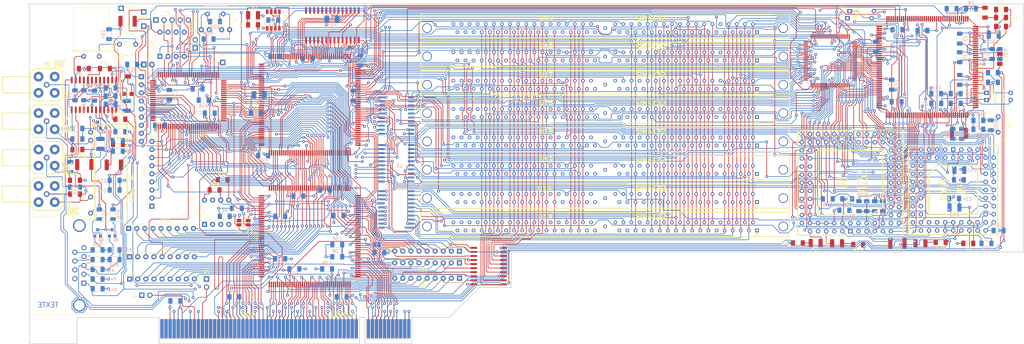
<source format=kicad_pcb>
(kicad_pcb
	(version 20240108)
	(generator "pcbnew")
	(generator_version "8.0")
	(general
		(thickness 1.600198)
		(legacy_teardrops no)
	)
	(paper "A3")
	(title_block
		(title "KiCad demo")
		(date "2015-10-14")
		(rev "1.A")
	)
	(layers
		(0 "F.Cu" signal "top_copper")
		(1 "In1.Cu" signal "GND_layer")
		(2 "In2.Cu" signal "VCC_layer")
		(31 "B.Cu" signal "bottom_copper")
		(32 "B.Adhes" user "B.Adhesive")
		(33 "F.Adhes" user "F.Adhesive")
		(34 "B.Paste" user)
		(35 "F.Paste" user)
		(36 "B.SilkS" user "B.Silkscreen")
		(37 "F.SilkS" user "F.Silkscreen")
		(38 "B.Mask" user)
		(39 "F.Mask" user)
		(40 "Dwgs.User" user "User.Drawings")
		(41 "Cmts.User" user "User.Comments")
		(42 "Eco1.User" user "User.Eco1")
		(43 "Eco2.User" user "User.Eco2")
		(44 "Edge.Cuts" user)
		(45 "Margin" user)
		(46 "B.CrtYd" user "B.Courtyard")
		(47 "F.CrtYd" user "F.Courtyard")
		(48 "B.Fab" user)
		(49 "F.Fab" user)
	)
	(setup
		(stackup
			(layer "F.SilkS"
				(type "Top Silk Screen")
				(color "White")
			)
			(layer "F.Paste"
				(type "Top Solder Paste")
			)
			(layer "F.Mask"
				(type "Top Solder Mask")
				(color "Green")
				(thickness 0.01)
			)
			(layer "F.Cu"
				(type "copper")
				(thickness 0.035)
			)
			(layer "dielectric 1"
				(type "core")
				(thickness 0.480066)
				(material "FR4")
				(epsilon_r 4.5)
				(loss_tangent 0.02)
			)
			(layer "In1.Cu"
				(type "copper")
				(thickness 0.035)
			)
			(layer "dielectric 2"
				(type "prepreg")
				(thickness 0.480066)
				(material "FR4")
				(epsilon_r 4.5)
				(loss_tangent 0.02)
			)
			(layer "In2.Cu"
				(type "copper")
				(thickness 0.035)
			)
			(layer "dielectric 3"
				(type "core")
				(thickness 0.480066)
				(material "FR4")
				(epsilon_r 4.5)
				(loss_tangent 0.02)
			)
			(layer "B.Cu"
				(type "copper")
				(thickness 0.035)
			)
			(layer "B.Mask"
				(type "Bottom Solder Mask")
				(color "Green")
				(thickness 0.01)
			)
			(layer "B.Paste"
				(type "Bottom Solder Paste")
			)
			(layer "B.SilkS"
				(type "Bottom Silk Screen")
				(color "White")
			)
			(copper_finish "HAL lead-free")
			(dielectric_constraints no)
		)
		(pad_to_mask_clearance 0)
		(allow_soldermask_bridges_in_footprints no)
		(aux_axis_origin 40.9 173.1)
		(pcbplotparams
			(layerselection 0x00010fc_ffffffff)
			(plot_on_all_layers_selection 0x0001000_00000000)
			(disableapertmacros no)
			(usegerberextensions no)
			(usegerberattributes yes)
			(usegerberadvancedattributes yes)
			(creategerberjobfile yes)
			(dashed_line_dash_ratio 12.000000)
			(dashed_line_gap_ratio 3.000000)
			(svgprecision 6)
			(plotframeref no)
			(viasonmask no)
			(mode 1)
			(useauxorigin no)
			(hpglpennumber 1)
			(hpglpenspeed 20)
			(hpglpendiameter 15.000000)
			(pdf_front_fp_property_popups yes)
			(pdf_back_fp_property_popups yes)
			(dxfpolygonmode yes)
			(dxfimperialunits yes)
			(dxfusepcbnewfont yes)
			(psnegative no)
			(psa4output no)
			(plotreference yes)
			(plotvalue yes)
			(plotfptext yes)
			(plotinvisibletext no)
			(sketchpadsonfab no)
			(subtractmaskfromsilk no)
			(outputformat 1)
			(mirror no)
			(drillshape 0)
			(scaleselection 1)
			(outputdirectory "plots")
		)
	)
	(net 0 "")
	(net 1 "unconnected-(BUS1-+12V-PadA2)")
	(net 2 "+3.3V")
	(net 3 "+5F")
	(net 4 "/ESVIDEO-RVB/OE_RVB-")
	(net 5 "/ESVIDEO-RVB/REF+")
	(net 6 "/ESVIDEO-RVB/VAA")
	(net 7 "/buspci.sch/EA1")
	(net 8 "/buspci.sch/EA10")
	(net 9 "/buspci.sch/EA11")
	(net 10 "/buspci.sch/EA12")
	(net 11 "/buspci.sch/EA13")
	(net 12 "/buspci.sch/EA14")
	(net 13 "/buspci.sch/EA15")
	(net 14 "/buspci.sch/EA2")
	(net 15 "/buspci.sch/EA3")
	(net 16 "/buspci.sch/EA4")
	(net 17 "/buspci.sch/EA5")
	(net 18 "/buspci.sch/EA6")
	(net 19 "/buspci.sch/EA7")
	(net 20 "/buspci.sch/EA9")
	(net 21 "/buspci.sch/EQ0")
	(net 22 "/buspci.sch/EQ1")
	(net 23 "/buspci.sch/EQ2")
	(net 24 "/buspci.sch/EQ3")
	(net 25 "/buspci.sch/EQ4")
	(net 26 "/buspci.sch/EQ5")
	(net 27 "/buspci.sch/EQ6")
	(net 28 "/buspci.sch/EQ7")
	(net 29 "/buspci.sch/P_AD0")
	(net 30 "/buspci.sch/P_AD1")
	(net 31 "/buspci.sch/P_AD10")
	(net 32 "/buspci.sch/P_AD11")
	(net 33 "/buspci.sch/P_AD12")
	(net 34 "/buspci.sch/P_AD13")
	(net 35 "/buspci.sch/P_AD14")
	(net 36 "/buspci.sch/P_AD15")
	(net 37 "/buspci.sch/P_AD16")
	(net 38 "/buspci.sch/P_AD17")
	(net 39 "/buspci.sch/P_AD18")
	(net 40 "/buspci.sch/P_AD19")
	(net 41 "/buspci.sch/P_AD2")
	(net 42 "/buspci.sch/P_AD20")
	(net 43 "/buspci.sch/P_AD21")
	(net 44 "/buspci.sch/P_AD22")
	(net 45 "/buspci.sch/P_AD23")
	(net 46 "/buspci.sch/P_AD24")
	(net 47 "/buspci.sch/P_AD25")
	(net 48 "/buspci.sch/P_AD26")
	(net 49 "/buspci.sch/P_AD27")
	(net 50 "/buspci.sch/P_AD28")
	(net 51 "/buspci.sch/P_AD29")
	(net 52 "/buspci.sch/P_AD3")
	(net 53 "/buspci.sch/P_AD30")
	(net 54 "/buspci.sch/P_AD31")
	(net 55 "/buspci.sch/P_AD4")
	(net 56 "/buspci.sch/P_AD5")
	(net 57 "/buspci.sch/P_AD6")
	(net 58 "/buspci.sch/P_AD7")
	(net 59 "/buspci.sch/P_AD8")
	(net 60 "/buspci.sch/P_AD9")
	(net 61 "unconnected-(BUS1-TRST#-PadA1)")
	(net 62 "unconnected-(BUS1-3.3VAUX-PadA14)")
	(net 63 "Net-(BUS1-TDI)")
	(net 64 "unconnected-(BUS1-TCK-PadB2)")
	(net 65 "/buspci.sch/P_CLK")
	(net 66 "/buspci.sch/P_DEVSEL#")
	(net 67 "/buspci.sch/P_FRAME#")
	(net 68 "/buspci.sch/P_GNT#")
	(net 69 "/buspci.sch/P_IDSEL")
	(net 70 "/buspci.sch/P_INTA#")
	(net 71 "/buspci.sch/P_IRDY#")
	(net 72 "/buspci.sch/P_LOCK#")
	(net 73 "/buspci.sch/P_PAR")
	(net 74 "/buspci.sch/P_PERR#")
	(net 75 "/buspci.sch/P_REQ#")
	(net 76 "/buspci.sch/P_RST#")
	(net 77 "/buspci.sch/P_SERR#")
	(net 78 "/buspci.sch/P_STOP#")
	(net 79 "/buspci.sch/P_TRDY#")
	(net 80 "/graphic/14MHZOUT")
	(net 81 "/graphic/CCLK")
	(net 82 "/graphic/CLK10MHz")
	(net 83 "/graphic/CSIO-")
	(net 84 "/graphic/DIN")
	(net 85 "/graphic/DONE")
	(net 86 "/graphic/HDOUT")
	(net 87 "/graphic/HDREFOUT")
	(net 88 "/graphic/IA0")
	(net 89 "/graphic/IA1")
	(net 90 "/graphic/IA2")
	(net 91 "/graphic/IA3")
	(net 92 "/graphic/IA4")
	(net 93 "/graphic/IA5")
	(net 94 "/graphic/IA6")
	(net 95 "/graphic/IA7")
	(net 96 "/graphic/IA8")
	(net 97 "/graphic/IA9")
	(net 98 "/graphic/ICAS-")
	(net 99 "/graphic/ID0")
	(net 100 "/graphic/ID1")
	(net 101 "/graphic/ID2")
	(net 102 "/graphic/ID3")
	(net 103 "/graphic/IOE-")
	(net 104 "/graphic/IRAS-")
	(net 105 "/graphic/IWR-")
	(net 106 "/graphic/LED")
	(net 107 "/graphic/PROG*")
	(net 108 "/graphic/RESERV1")
	(net 109 "/graphic/VOSC")
	(net 110 "/graphic/XTAL_I")
	(net 111 "/graphic/X_DIN")
	(net 112 "/modul/CHROM")
	(net 113 "/modul/CVBS")
	(net 114 "/modul/LUM")
	(net 115 "/pal-ntsc.sch/C-VIDEO")
	(net 116 "/pal-ntsc.sch/VAF")
	(net 117 "/pal-ntsc.sch/Y-VIDEO")
	(net 118 "/pal-ntsc.sch/Y_SYNC")
	(net 119 "GND")
	(net 120 "unconnected-(BUS1-RESERVED-PadA13)")
	(net 121 "unconnected-(BUS1--12V-PadB1)")
	(net 122 "unconnected-(BUS1-RESERVED-PadA40)")
	(net 123 "unconnected-(BUS1-RESERVED-PadB12)")
	(net 124 "unconnected-(BUS1-RESERVED-PadA12)")
	(net 125 "unconnected-(BUS1-RESERVED-PadB14)")
	(net 126 "/buspci.sch/P_C{slash}BE0#")
	(net 127 "unconnected-(BUS1-TMS-PadA3)")
	(net 128 "unconnected-(BUS1-INTC#-PadA7)")
	(net 129 "unconnected-(BUS1-RESERVED-PadA11)")
	(net 130 "Net-(BUS1-PRSNT1#)")
	(net 131 "unconnected-(BUS1-RESERVED-PadB13)")
	(net 132 "Net-(BUS1-PRSNT2#)")
	(net 133 "/buspci.sch/P_C{slash}BE3#")
	(net 134 "/buspci.sch/P_C{slash}BE2#")
	(net 135 "/buspci.sch/P_C{slash}BE1#")
	(net 136 "Net-(C1-Pad1)")
	(net 137 "Net-(U10-SYNC_DET)")
	(net 138 "Net-(C3-Pad1)")
	(net 139 "Net-(C4-Pad1)")
	(net 140 "Net-(U10-VIN_C)")
	(net 141 "Net-(C5-Pad2)")
	(net 142 "Net-(U10-CREF+)")
	(net 143 "Net-(U10-CLEVEL)")
	(net 144 "Net-(U10-VIN_Y{slash}COMP.)")
	(net 145 "Net-(C8-Pad2)")
	(net 146 "Net-(U10-N{slash}C)")
	(net 147 "Net-(U9-VREF)")
	(net 148 "Net-(U9-IREF)")
	(net 149 "Net-(U9-COMP)")
	(net 150 "Net-(U8-CEXT2)")
	(net 151 "Net-(C36-Pad2)")
	(net 152 "Net-(U8-RVID0)")
	(net 153 "Net-(C39-Pad2)")
	(net 154 "Net-(U8-GVID0)")
	(net 155 "Net-(C40-Pad2)")
	(net 156 "Net-(U8-BVID0)")
	(net 157 "Net-(C41-Pad2)")
	(net 158 "Net-(U20-VOFF)")
	(net 159 "Net-(U20-UOFF)")
	(net 160 "Net-(U20-FLT)")
	(net 161 "Net-(C46-Pad1)")
	(net 162 "Net-(U20-VREF)")
	(net 163 "Net-(C49-Pad1)")
	(net 164 "Net-(U20-VCC)")
	(net 165 "Net-(U20-B)")
	(net 166 "Net-(U20-G)")
	(net 167 "Net-(U20-R)")
	(net 168 "Net-(C61-Pad1)")
	(net 169 "Net-(U20-CS)")
	(net 170 "Net-(U10-XTAL1_OUT)")
	(net 171 "Net-(U10-XTAL1_IN)")
	(net 172 "Net-(CV1-Pad1)")
	(net 173 "Net-(D6-A)")
	(net 174 "Net-(U20-NOTCH)")
	(net 175 "Net-(L6-Pad1)")
	(net 176 "Net-(U20-Y+SIN)")
	(net 177 "Net-(P4-P1)")
	(net 178 "Net-(U23-SGCK3)")
	(net 179 "Net-(U23-P87)")
	(net 180 "Net-(U23-PGCK4)")
	(net 181 "Net-(POT1-Pad3)")
	(net 182 "Net-(Q1-E)")
	(net 183 "Net-(Q1-B)")
	(net 184 "Net-(Q2-E)")
	(net 185 "Net-(Q2-B)")
	(net 186 "Net-(Q3-E)")
	(net 187 "Net-(Q3-B)")
	(net 188 "Net-(U20-MCTR)")
	(net 189 "Net-(U11-MODE_16{slash}32)")
	(net 190 "Net-(U11-FLT#)")
	(net 191 "Net-(U11-SNV)")
	(net 192 "Net-(U20-B{slash}ADJ)")
	(net 193 "Net-(U20-Y+SOUT)")
	(net 194 "Net-(U10-OUT_C)")
	(net 195 "Net-(U10-R{slash}2)")
	(net 196 "Net-(U1-SCL)")
	(net 197 "Net-(U1-SDA)")
	(net 198 "Net-(U8-CEXT1)")
	(net 199 "Net-(U8-RSET)")
	(net 200 "unconnected-(BUS1-RESERVED-PadA41)")
	(net 201 "unconnected-(BUS1-RESERVED-PadA9)")
	(net 202 "Net-(U8-BIN)")
	(net 203 "+5V")
	(net 204 "/GREEN_IN")
	(net 205 "/RED_IN")
	(net 206 "/RED_OUT")
	(net 207 "/GREEN_OUT")
	(net 208 "/BLUE_OUT")
	(net 209 "/C_OUT")
	(net 210 "/Y_OUT")
	(net 211 "/BLUE_IN")
	(net 212 "/CSYNC-OUT")
	(net 213 "/IRQ_SRL")
	(net 214 "/SELECT-")
	(net 215 "/modul/CVBSOUT")
	(net 216 "/{slash}PCWR")
	(net 217 "/PTATN-")
	(net 218 "/X_IRQ")
	(net 219 "/PTADR-")
	(net 220 "/RDFIFO-")
	(net 221 "/WRFIFDO-")
	(net 222 "/PTRDY-")
	(net 223 "/ACCES_RAM-")
	(net 224 "/WRITE_RAM")
	(net 225 "/CSYNCIN-")
	(net 226 "/RDCAD-")
	(net 227 "/WRCAD-")
	(net 228 "/CLAMP")
	(net 229 "/CLKCAD")
	(net 230 "/BLANK-")
	(net 231 "/CLKCDA")
	(net 232 "/RDCDA-")
	(net 233 "/WRCDA-")
	(net 234 "/OE_PAL-")
	(net 235 "/VD_PAL-")
	(net 236 "/HD_PAL-")
	(net 237 "/BT812_WR-")
	(net 238 "/BT812_RD-")
	(net 239 "/SYSRST-")
	(net 240 "/F_PALIN")
	(net 241 "/PTNUM1")
	(net 242 "/PTNUM0")
	(net 243 "/IRQ-")
	(net 244 "/BPCLK")
	(net 245 "/WRFULL")
	(net 246 "/RDEMPTY")
	(net 247 "/PTWR")
	(net 248 "/PTBURST")
	(net 249 "/RAS5-")
	(net 250 "/CAS0-")
	(net 251 "/CAS1-")
	(net 252 "/CAS2-")
	(net 253 "/CAS3-")
	(net 254 "/WRAM-")
	(net 255 "/RAS7-")
	(net 256 "/RAS6-")
	(net 257 "/RAS3-")
	(net 258 "/RAS4-")
	(net 259 "/RAS2-")
	(net 260 "/RAS1-")
	(net 261 "/RAS0-")
	(net 262 "/X_PROG-")
	(net 263 "/X_DATA")
	(net 264 "/X_CLK")
	(net 265 "/ACQ_ON")
	(net 266 "/X_DONE")
	(net 267 "/{slash}PCRD")
	(net 268 "/DQ29")
	(net 269 "/DQ30")
	(net 270 "/DQ31")
	(net 271 "/DQ26")
	(net 272 "/DQ27")
	(net 273 "/DQ28")
	(net 274 "/DQ25")
	(net 275 "/DQ24")
	(net 276 "/DQ17")
	(net 277 "/DQ16")
	(net 278 "/DQ23")
	(net 279 "/DQ22")
	(net 280 "/DQ21")
	(net 281 "/DQ19")
	(net 282 "/DQ18")
	(net 283 "/DQ20")
	(net 284 "/DQ7")
	(net 285 "/DQ6")
	(net 286 "/DQ5")
	(net 287 "/DQ4")
	(net 288 "/DQ3")
	(net 289 "/DQ2")
	(net 290 "/DQ1")
	(net 291 "/DQ0")
	(net 292 "/DQ8")
	(net 293 "/DQ9")
	(net 294 "/DQ10")
	(net 295 "/DQ11")
	(net 296 "/DQ12")
	(net 297 "/DQ13")
	(net 298 "/DQ14")
	(net 299 "/DQ15")
	(net 300 "/TVRAM0")
	(net 301 "/TVRAM1")
	(net 302 "/TVRAM2")
	(net 303 "/TVRAM3")
	(net 304 "/TVRAM4")
	(net 305 "/TVRAM5")
	(net 306 "/TVRAM6")
	(net 307 "/TVRAM7")
	(net 308 "/TVRAM8")
	(net 309 "/TVRAM9")
	(net 310 "/TVRAM10")
	(net 311 "/TVRAM11")
	(net 312 "/TVRAM12")
	(net 313 "/TVRAM13")
	(net 314 "/TVRAM14")
	(net 315 "/TVRAM15")
	(net 316 "/TVRAM16")
	(net 317 "/TVRAM17")
	(net 318 "/TVRAM18")
	(net 319 "/TVRAM19")
	(net 320 "/TVRAM20")
	(net 321 "/TVRAM21")
	(net 322 "/TVRAM22")
	(net 323 "/TVRAM23")
	(net 324 "/TVRAM24")
	(net 325 "/TVRAM25")
	(net 326 "/TVRAM26")
	(net 327 "/TVRAM27")
	(net 328 "/TVRAM28")
	(net 329 "/TVRAM29")
	(net 330 "/TVRAM30")
	(net 331 "/TVRAM31")
	(net 332 "/PCA0")
	(net 333 "/PCA1")
	(net 334 "/PCA2")
	(net 335 "/TVB7")
	(net 336 "/TVB6")
	(net 337 "/TVB5")
	(net 338 "/TVB4")
	(net 339 "/TVB3")
	(net 340 "/TVB2")
	(net 341 "/TVB1")
	(net 342 "/TVB0")
	(net 343 "/TVG7")
	(net 344 "/TVG6")
	(net 345 "/TVG5")
	(net 346 "/TVG4")
	(net 347 "/TVG3")
	(net 348 "/TVG2")
	(net 349 "/TVG1")
	(net 350 "/TVG0")
	(net 351 "/TVR7")
	(net 352 "/TVR6")
	(net 353 "/TVR5")
	(net 354 "/TVR4")
	(net 355 "/TVR3")
	(net 356 "/TVR2")
	(net 357 "/TVR1")
	(net 358 "/TVR0")
	(net 359 "/TVI0")
	(net 360 "/TVI1")
	(net 361 "/ADR6")
	(net 362 "/ADR2")
	(net 363 "/ADR3")
	(net 364 "/ADR4")
	(net 365 "/ADR5")
	(net 366 "/BE-1")
	(net 367 "/BE-2")
	(net 368 "/BE-3")
	(net 369 "/PTBE-3")
	(net 370 "/PTBE-2")
	(net 371 "/PTBE-1")
	(net 372 "/PTBE-0")
	(net 373 "/BE-0")
	(net 374 "/MXA0")
	(net 375 "/MXA1")
	(net 376 "/MXA2")
	(net 377 "/MXA3")
	(net 378 "/MXA4")
	(net 379 "/MXA5")
	(net 380 "/MXA6")
	(net 381 "/MXA10")
	(net 382 "/MXA7")
	(net 383 "/MXA8")
	(net 384 "/MXA9")
	(net 385 "Net-(U8-GIN)")
	(net 386 "Net-(U8-RIN)")
	(net 387 "unconnected-(BUS1-INTD#-PadB8)")
	(net 388 "unconnected-(BUS1-ACK64#-PadB60)")
	(net 389 "unconnected-(BUS1-REQ64#-PadA60)")
	(net 390 "unconnected-(BUS1-RESERVED-PadB10)")
	(net 391 "unconnected-(BUS1-INTB#-PadB7)")
	(net 392 "unconnected-(BUS1-PME#-PadA19)")
	(net 393 "unconnected-(U7-CLK{slash}2-Pad8)")
	(net 394 "unconnected-(U8-RVID1-Pad81)")
	(net 395 "unconnected-(U8-BVID1-Pad74)")
	(net 396 "unconnected-(U8-GVID1-Pad77)")
	(net 397 "unconnected-(U8-SYNC1-Pad5)")
	(net 398 "unconnected-(U8-SYNC0-Pad4)")
	(net 399 "unconnected-(U9-CR0-Pad27)")
	(net 400 "unconnected-(U9-S1-Pad6)")
	(net 401 "unconnected-(U9-CR3-Pad30)")
	(net 402 "unconnected-(U9-S0-Pad5)")
	(net 403 "unconnected-(U10-FIELD_1-Pad25)")
	(net 404 "unconnected-(U10-VID1_C-Pad127)")
	(net 405 "unconnected-(U10-VID1_Y-Pad154)")
	(net 406 "unconnected-(U10-VACTIVE-Pad33)")
	(net 407 "unconnected-(U10-CBFLAG-Pad28)")
	(net 408 "unconnected-(U10-VID2_C-Pad129)")
	(net 409 "unconnected-(U10-VID3_C-Pad131)")
	(net 410 "unconnected-(U10-CAPTURE-Pad38)")
	(net 411 "unconnected-(U10-SERROR-Pad37)")
	(net 412 "unconnected-(U10-VID3_Y-Pad150)")
	(net 413 "unconnected-(U10-FIELD_2-Pad27)")
	(net 414 "unconnected-(U10-ACTIVE-Pad32)")
	(net 415 "unconnected-(U10-XTAL2_IN-Pad106)")
	(net 416 "unconnected-(U10-HACTIVE-Pad35)")
	(net 417 "unconnected-(U10-CLKX2-Pad105)")
	(net 418 "unconnected-(U10-XTAL2_OUT-Pad107)")
	(net 419 "unconnected-(U10-FIELD_0-Pad26)")
	(net 420 "unconnected-(U10-VALID-Pad29)")
	(net 421 "unconnected-(U10-VID2_Y-Pad152)")
	(net 422 "unconnected-(U10-TDO-Pad101)")
	(net 423 "unconnected-(U11-NC-Pad136)")
	(net 424 "unconnected-(U11-NC-Pad134)")
	(net 425 "unconnected-(U12-NC-Pad38)")
	(net 426 "unconnected-(U12-NC-Pad33)")
	(net 427 "unconnected-(U12-NC-Pad37)")
	(net 428 "unconnected-(U12-NC-Pad66)")
	(net 429 "unconnected-(U12-NC-Pad11)")
	(net 430 "unconnected-(U12-PRD1-Pad68)")
	(net 431 "unconnected-(U12-PRD2-Pad69)")
	(net 432 "unconnected-(U12-NC-Pad45)")
	(net 433 "unconnected-(U12-NC-Pad71)")
	(net 434 "Net-(U20-OSC)")
	(net 435 "unconnected-(U12-NC-Pad36)")
	(net 436 "unconnected-(U12-NC-Pad29)")
	(net 437 "unconnected-(U12-PRD3-Pad70)")
	(net 438 "unconnected-(U12-NC-Pad48)")
	(net 439 "unconnected-(U12-PRD0-Pad67)")
	(net 440 "unconnected-(U12-NC-Pad46)")
	(net 441 "unconnected-(U12-NC-Pad35)")
	(net 442 "unconnected-(U13-PRD3-Pad70)")
	(net 443 "unconnected-(U13-NC-Pad37)")
	(net 444 "unconnected-(U13-PRD1-Pad68)")
	(net 445 "unconnected-(U13-NC-Pad11)")
	(net 446 "unconnected-(U13-NC-Pad35)")
	(net 447 "unconnected-(U13-NC-Pad33)")
	(net 448 "unconnected-(U13-NC-Pad71)")
	(net 449 "unconnected-(U13-NC-Pad36)")
	(net 450 "unconnected-(U13-NC-Pad29)")
	(net 451 "unconnected-(U13-NC-Pad46)")
	(net 452 "unconnected-(U13-NC-Pad45)")
	(net 453 "unconnected-(U13-NC-Pad48)")
	(net 454 "unconnected-(U13-NC-Pad38)")
	(net 455 "unconnected-(U13-PRD2-Pad69)")
	(net 456 "unconnected-(U13-PRD0-Pad67)")
	(net 457 "unconnected-(U13-NC-Pad66)")
	(net 458 "unconnected-(U14-NC-Pad66)")
	(net 459 "unconnected-(U14-PRD3-Pad70)")
	(net 460 "unconnected-(U14-PRD0-Pad67)")
	(net 461 "unconnected-(U14-NC-Pad29)")
	(net 462 "unconnected-(U14-NC-Pad36)")
	(net 463 "unconnected-(U14-NC-Pad33)")
	(net 464 "unconnected-(U14-NC-Pad38)")
	(net 465 "unconnected-(U14-PRD2-Pad69)")
	(net 466 "unconnected-(U14-NC-Pad46)")
	(net 467 "unconnected-(U14-NC-Pad35)")
	(net 468 "unconnected-(U14-NC-Pad11)")
	(net 469 "unconnected-(U14-NC-Pad71)")
	(net 470 "unconnected-(U14-NC-Pad37)")
	(net 471 "unconnected-(U14-NC-Pad48)")
	(net 472 "unconnected-(U14-PRD1-Pad68)")
	(net 473 "unconnected-(U14-NC-Pad45)")
	(net 474 "unconnected-(U15-NC-Pad38)")
	(net 475 "unconnected-(U15-PRD1-Pad68)")
	(net 476 "unconnected-(U15-NC-Pad45)")
	(net 477 "unconnected-(U15-NC-Pad36)")
	(net 478 "unconnected-(U15-NC-Pad35)")
	(net 479 "unconnected-(U15-PRD3-Pad70)")
	(net 480 "unconnected-(U15-NC-Pad66)")
	(net 481 "unconnected-(U15-NC-Pad33)")
	(net 482 "unconnected-(U15-PRD0-Pad67)")
	(net 483 "unconnected-(U15-PRD2-Pad69)")
	(net 484 "unconnected-(U15-NC-Pad29)")
	(net 485 "unconnected-(U15-NC-Pad11)")
	(net 486 "unconnected-(U15-NC-Pad48)")
	(net 487 "unconnected-(U15-NC-Pad71)")
	(net 488 "unconnected-(U15-NC-Pad46)")
	(net 489 "unconnected-(U15-NC-Pad37)")
	(net 490 "unconnected-(U16-NC-Pad37)")
	(net 491 "unconnected-(U16-NC-Pad48)")
	(net 492 "unconnected-(U16-PRD0-Pad67)")
	(net 493 "unconnected-(U16-NC-Pad35)")
	(net 494 "unconnected-(U16-NC-Pad45)")
	(net 495 "unconnected-(U16-NC-Pad66)")
	(net 496 "unconnected-(U16-NC-Pad46)")
	(net 497 "unconnected-(U16-PRD2-Pad69)")
	(net 498 "unconnected-(U16-NC-Pad71)")
	(net 499 "unconnected-(U16-PRD1-Pad68)")
	(net 500 "unconnected-(U16-NC-Pad36)")
	(net 501 "unconnected-(U16-NC-Pad38)")
	(net 502 "unconnected-(U16-NC-Pad11)")
	(net 503 "unconnected-(U16-NC-Pad29)")
	(net 504 "unconnected-(U16-NC-Pad33)")
	(net 505 "unconnected-(U16-PRD3-Pad70)")
	(net 506 "unconnected-(U17-NC-Pad66)")
	(net 507 "unconnected-(U17-NC-Pad71)")
	(net 508 "unconnected-(U17-NC-Pad48)")
	(net 509 "unconnected-(U17-NC-Pad36)")
	(net 510 "unconnected-(U17-NC-Pad33)")
	(net 511 "unconnected-(U17-NC-Pad35)")
	(net 512 "unconnected-(U17-NC-Pad11)")
	(net 513 "unconnected-(U17-PRD1-Pad68)")
	(net 514 "unconnected-(U17-NC-Pad45)")
	(net 515 "unconnected-(U17-NC-Pad29)")
	(net 516 "unconnected-(U17-PRD0-Pad67)")
	(net 517 "unconnected-(U17-PRD2-Pad69)")
	(net 518 "unconnected-(U17-NC-Pad38)")
	(net 519 "unconnected-(U17-NC-Pad37)")
	(net 520 "unconnected-(U17-NC-Pad46)")
	(net 521 "unconnected-(U17-PRD3-Pad70)")
	(net 522 "unconnected-(U18-NC-Pad33)")
	(net 523 "unconnected-(U18-PRD3-Pad70)")
	(net 524 "unconnected-(U18-NC-Pad36)")
	(net 525 "unconnected-(U18-NC-Pad46)")
	(net 526 "unconnected-(U18-PRD1-Pad68)")
	(net 527 "unconnected-(U18-NC-Pad66)")
	(net 528 "unconnected-(U18-NC-Pad71)")
	(net 529 "unconnected-(U18-NC-Pad37)")
	(net 530 "unconnected-(U18-PRD2-Pad69)")
	(net 531 "unconnected-(U18-NC-Pad29)")
	(net 532 "unconnected-(U18-NC-Pad11)")
	(net 533 "unconnected-(U18-NC-Pad48)")
	(net 534 "unconnected-(U18-NC-Pad45)")
	(net 535 "unconnected-(U18-NC-Pad38)")
	(net 536 "unconnected-(U18-NC-Pad35)")
	(net 537 "unconnected-(U18-PRD0-Pad67)")
	(net 538 "unconnected-(U19-NC-Pad33)")
	(net 539 "unconnected-(U19-NC-Pad66)")
	(net 540 "unconnected-(U19-PRD2-Pad69)")
	(net 541 "unconnected-(U19-NC-Pad37)")
	(net 542 "unconnected-(U19-NC-Pad29)")
	(net 543 "unconnected-(U19-NC-Pad48)")
	(net 544 "unconnected-(U19-PRD0-Pad67)")
	(net 545 "unconnected-(U19-NC-Pad71)")
	(net 546 "unconnected-(U19-NC-Pad38)")
	(net 547 "unconnected-(U19-NC-Pad35)")
	(net 548 "unconnected-(U19-NC-Pad36)")
	(net 549 "unconnected-(U19-NC-Pad11)")
	(net 550 "unconnected-(U19-PRD3-Pad70)")
	(net 551 "unconnected-(U19-NC-Pad45)")
	(net 552 "unconnected-(U19-PRD1-Pad68)")
	(net 553 "unconnected-(U19-NC-Pad46)")
	(net 554 "unconnected-(U20-H{slash}2-Pad4)")
	(net 555 "unconnected-(U20-Y-Pad5)")
	(net 556 "unconnected-(U20--B.Y-Pad3)")
	(net 557 "unconnected-(U20--R.Y-Pad1)")
	(net 558 "unconnected-(U21-CEO-Pad6)")
	(net 559 "unconnected-(U22-P65-Pad65)")
	(net 560 "unconnected-(U22-P15-Pad15)")
	(net 561 "unconnected-(U22-P{slash}LDC-Pad30)")
	(net 562 "unconnected-(U22-P{slash}TDI-Pad4)")
	(net 563 "unconnected-(U22-PGCK2-Pad27)")
	(net 564 "unconnected-(U22-P{slash}A3-Pad6)")
	(net 565 "unconnected-(U22-TDO-Pad76)")
	(net 566 "unconnected-(U22-P14-Pad14)")
	(net 567 "unconnected-(U22-P66-Pad66)")
	(net 568 "unconnected-(U22-P{slash}A17-Pad3)")
	(net 569 "unconnected-(U22-P{slash}TCK-Pad5)")
	(net 570 "unconnected-(U22-P{slash}A4-Pad10)")
	(net 571 "unconnected-(U22-DOUT{slash}SGCK4-Pad73)")
	(net 572 "unconnected-(U22-P16-Pad16)")
	(net 573 "unconnected-(U23-P98-Pad98)")
	(net 574 "unconnected-(U23-P100-Pad100)")
	(net 575 "unconnected-(U23-P50-Pad50)")
	(net 576 "unconnected-(U23-P49-Pad49)")
	(net 577 "unconnected-(U23-TDO-Pad79)")
	(net 578 "unconnected-(U23-P33{slash}LDC-Pad33)")
	(net 579 "unconnected-(U23-P68-Pad68)")
	(net 580 "unconnected-(U23-SGCK1-Pad2)")
	(net 581 "unconnected-(U23-P99-Pad99)")
	(net 582 "unconnected-(U23-P62-Pad62)")
	(net 583 "unconnected-(U23-P58-Pad58)")
	(net 584 "unconnected-(U23-DOUT{slash}SGCK4-Pad76)")
	(net 585 "unconnected-(U23-P31{slash}HDC-Pad31)")
	(net 586 "unconnected-(U23-P60-Pad60)")
	(net 587 "unconnected-(U24-PGCK3-Pad84)")
	(net 588 "unconnected-(U24-TDO-Pad121)")
	(footprint "footprints:BUSPCI" (layer "F.Cu") (at 158.115 158.75))
	(footprint "Resistor_SMD:R_1206_3216Metric_Pad1.30x1.75mm_HandSolder" (layer "F.Cu") (at 358.521 58.293))
	(footprint "Resistor_SMD:R_1206_3216Metric_Pad1.30x1.75mm_HandSolder" (layer "F.Cu") (at 358.14 73.787 -90))
	(footprint "Resistor_SMD:R_1210_3225Metric_Pad1.30x2.65mm_HandSolder" (layer "F.Cu") (at 333.248 131.699))
	(footprint "Resistor_SMD:R_1210_3225Metric_Pad1.30x2.65mm_HandSolder" (layer "F.Cu") (at 307.086 131.699))
	(footprint "Resistor_SMD:R_1210_3225Metric_Pad1.30x2.65mm_HandSolder" (layer "F.Cu") (at 300.355 131.572 180))
	(footprint "Resistor_SMD:R_1206_3216Metric_Pad1.30x1.75mm_HandSolder" (layer "F.Cu") (at 358.521 60.833))
	(footprint "Capacitor_THT:C_Disc_D3.0mm_W2.0mm_P2.50mm" (layer "F.Cu") (at 116.459 64.643 180))
	(footprint "Capacitor_THT:C_Disc_D3.0mm_W2.0mm_P2.50mm" (layer "F.Cu") (at 107.569 64.643))
	(footprint "Resistor_SMD:R_1206_3216Metric_Pad1.30x1.75mm_HandSolder" (layer "F.Cu") (at 82.169 92.71))
	(footprint "Resistor_SMD:R_1206_3216Metric_Pad1.30x1.75mm_HandSolder" (layer "F.Cu") (at 81.432003 100.609389))
	(footprint "Resistor_SMD:R_1206_3216Metric_Pad1.30x1.75mm_HandSolder" (layer "F.Cu") (at 68.707 102.235 180))
	(footprint "Resistor_SMD:R_1210_3225Metric_Pad1.30x2.65mm_HandSolder" (layer "F.Cu") (at 123.825 60.092628))
	(footprint "footprints:CV3-30PF" (layer "F.Cu") (at 84.455 69.215 180))
	(footprint "footprints:D_DO-34_SOD68_P7.62mm_Horizontal" (layer "F.Cu") (at 310.300142 61.039361))
	(footprint "footprints:D_DO-34_SOD68_P7.62mm_Horizontal" (layer "F.Cu") (at 311.023 58.801))
	(footprint "footprints:D_DO-34_SOD68_P7.62mm_Horizontal" (layer "F.Cu") (at 353.949 84.455))
	(footprint "footprints:D_DO-34_SOD68_P7.62mm_Horizontal" (layer "F.Cu") (at 353.949 86.719165))
	(footprint "footprints:LED_D3.0mm" (layer "F.Cu") (at 89.535 75.565))
	(footprint "Resistor_SMD:R_1812_4532Metric_Pad1.30x3.40mm_HandSolder" (layer "F.Cu") (at 80.137 107.061))
	(footprint "Resistor_SMD:R_1812_4532Metric_Pad1.30x3.40mm_HandSolder" (layer "F.Cu") (at 84.455 61.976 180))
	(footprint "Resistor_SMD:R_1812_4532Metric_Pad1.30x3.40mm_HandSolder" (layer "F.Cu") (at 70.866 106.934))
	(footprint "Resistor_SMD:R_1812_4532Metric_Pad1.30x3.40mm_HandSolder" (layer "F.Cu") (at 345.313 97.155))
	(footprint "Resistor_SMD:R_1812_4532Metric_Pad1.30x3.40mm_HandSolder" (layer "F.Cu") (at 326.009 131.572 180))
	(footprint "footprints:LRTDK" (layer "F.Cu") (at 72.873768 109.506012 -90))
	(footprint "footprints:subclick" (layer "F.Cu") (at 59.055 104.775 180))
	(footprint "footprints:subclick" (layer "F.Cu") (at 59.055 116.205 180))
	(footprint "footprints:subclick" (layer "F.Cu") (at 59.055 93.345 180))
	(footprint "Connector_PinHeader_2.54mm:PinHeader_1x02_P2.54mm_Vertical" (layer "F.Cu") (at 105.664 70.358 180))
	(footprint "Connector_PinHeader_2.54mm:PinHeader_1x05_P2.54mm_Vertical" (layer "F.Cu") (at 93.345 61.595 90))
	(footprint "footprints:subclick" (layer "F.Cu") (at 59.055 81.915 180))
	(footprint "Connector_PinHeader_2.54mm:PinHeader_1x01_P2.54mm_Vertical" (layer "F.Cu") (at 114.3 74.93))
	(footprint "Connector_PinHeader_2.54mm:PinHeader_1x01_P2.54mm_Vertical"
		(layer "F.Cu")
		(uuid "00000000-0000-0000-0000-00005402cedc")
		(at 89.535 59.055)
		(descr "Through hole straight pin header, 1x01, 2.54mm pitch, single row")
		(tags "Through hole pin header THT 1x01 2.54mm single row")
		(property "Reference" "P10"
			(at 3.175 -0.889 0)
			(layer "F.SilkS")
			(uuid "81604ac7-0942-4e21-9705-94d63904a649")
			(effects
				(font
					(size 0.8 0.8)
					(thickness 0.15)
				)
			)
		)
		(property "Value" "CONN_1"
			(at 0 2.33 0)
			(layer "F.Fab")
			(uuid "39d25a2e-844e-4142-8af6-a51044bef43b")
			(effects
				(font
					(size 0.6 0.6)
					(thickness 0.15)
				)
			)
		)
		(property "Footprint" "Connector_PinHeader_2.54mm:PinHeader_1x01_P2.54mm_Vertical"
			(at 0 0 0)
			(unlocked yes)
			(layer "F.Fab")
			(hide yes)
			(uuid "07395787-51bc-4726-a2f2-e23b42760a02")
			(effects
				(font
					(size 1.27 1.27)
				)
			)
		)
		(property "Datasheet" ""
			(at 0 0 0)
			(unlocked yes)
			(layer "F.Fab")
			(hide yes)
			(uuid "3262f3f8-1cc8-4f13-8eb3-6bcaba82d735")
			(effects
				(font
					(size 1.27 1.27)
				)
			)
		)
		(property "Description" ""
			(at 0 0 0)
			(unlocked yes)
			(layer "F.Fab")
			(hide yes)
			(uuid "cb699d7b-7748-406e-b56c-f93397359f51")
			(effects
				(font
					(size 1.27 1.27)
				)
			)
		)
		(path "/00000000-0000-0000-0000-00004bf03683/00000000-0000-0000-0000-00004bf036d9")
		(sheetname "graphic")
		(sheetfile "graphic.kicad_sch")
		(attr through_hole)
		(fp_line
			(start -1.33 -1.33)
			(end 0 -1.33)
			(stroke
				(width 0.12)
				(type solid)
			)
			(layer "F.SilkS")
			(uuid "38d85b0a-15d7-400c-a27a-30f8e7b7ab8e")
		)
		(fp_line
			(start -1.33 0)
			(end -1.33 -1.33)
			(stroke
				(width 0.12)
				(type solid)
			)
			(layer "F.SilkS")
			(uuid "b2a6b148-9c6c-4a0c-b4ae-d2377652c15e")
		)
		(fp_line
			(start -1.33 1.27)
			(end -1.33 1.33)
			(stroke
				(width 0.12)
				(type solid)
			)
			(layer "F.SilkS")
			(uuid "a11793c0-c617-4837-a913-d13887f86341")
		)
		(fp_line
			(start -1.33 1.27)
			(end 1.33 1.27)
			(stroke
				(width 0.12)
				(type solid)
			)
			(layer "F.SilkS")
			(uuid "605c6705-04ba-4398-886a-156e555af6fa")
		)
		(fp_line
			(start -1.33 1.33)
			(end 1.33 1.33)
			(stroke
				(width 0.12)
				(type solid)
			)
			(layer "F.SilkS")
			(uuid "e5cd67e5-fa94-4f7a-91c9-1e4cf30fea4d")
		)
		(fp_line
			(start 1.33 1.27)
			(end 1.33 1.33)
			(stroke
				(width 0.12)
				(type solid)
			)
			(layer "F.SilkS")
			(uuid "0f2a2b81-5b31-41e4-871a-19cd55031a0e")
		)
		(fp_line
			(start -1.8 -1.8)
			(end -1.8 1.8)
			(stroke
				(width 0.05)
				(type solid)
			)
			(layer "F.CrtYd")
			(uuid "96396169-76ca-46e3-bc5f-daf1e8505df7")
		)
		(fp_line
			(start -1.8 1.8)
			(end 1.8 1.8)
			(stroke
				(width 0.05)
				(type solid)
			)
			(layer "F.CrtYd")
			(uuid "2ccab807-9ab8-4b58-882f-a2603e445967")
		)
		(fp_line
			(start 1.8 -1.8)
			(end -1.8 -1.8)
			(stroke
				(width 0.05)
				(type solid)
			)
			(layer "F.CrtYd")
			(uuid "ab80fcf0-6a7a-48ab-bf73-ac4af7cd4464")
		)
		(fp_line
			(start 1.8 1.8)
			(end 1.8 -1.8)
			(stroke
				(width 0.05)
				(type solid)
			)
			(layer "F.CrtYd")
			(uuid "bab59d2b-1123-472c-8b7f-98c1b6a54bcf")
		)
		(fp_line
			(start -1.27 -0.635)
			(end -0.635 -1.27)
			(stroke
				(width 0.1)
				(type solid)
			)
			(layer "F.Fab")
			(uuid "32802101-2b28-4f6f-b9dc-276bba746895")
		)
		(fp_line
			(start -1.27 1.27)
			(end -1.27 -0.635)
			(stroke
				(width 0.1)
				(type solid)
			)
			(layer "F.Fab")
			(uuid "e949b29f-2f38-4224-aa57-5e7cd03dc677")
		)
		(fp_line
			(start -0.635 -1.27)
			(end 1.27 -1.27)
			(stroke
				(width 0.1)
				(type solid)
			)
			(layer "F.Fab")
			(uuid "c86a91f3-6707-497f-aaf6-1f07f01e45ac")
		)
		(fp_line
			(start 1.27 -1.27)
			(end 1.27 1.27)
			(stroke
				(width 0.1)
				(type solid)
			)
			(layer "F.Fab")
			(uuid "4ada91ba-548a-4a70-a4ce-d215f2040040")
		)
		(fp_line
			(start 1.27 1.27)
			(end -1.27 1.27)
			(stroke
				(width 0.1)
				(type solid)
			)
			(layer "F.Fab")
			(uuid "e3659647-cdb6-41aa-a9a4-c9ab868e7cc5")
		)
		(fp_text user "${REFERENCE}"
			(at 0 0 90)
			(layer "F.Fab")
			(uuid "c6552d24-7704-4290-86f1-3f3fb5470923")
			(effects
				(font
					(size 
... [6320758 chars truncated]
</source>
